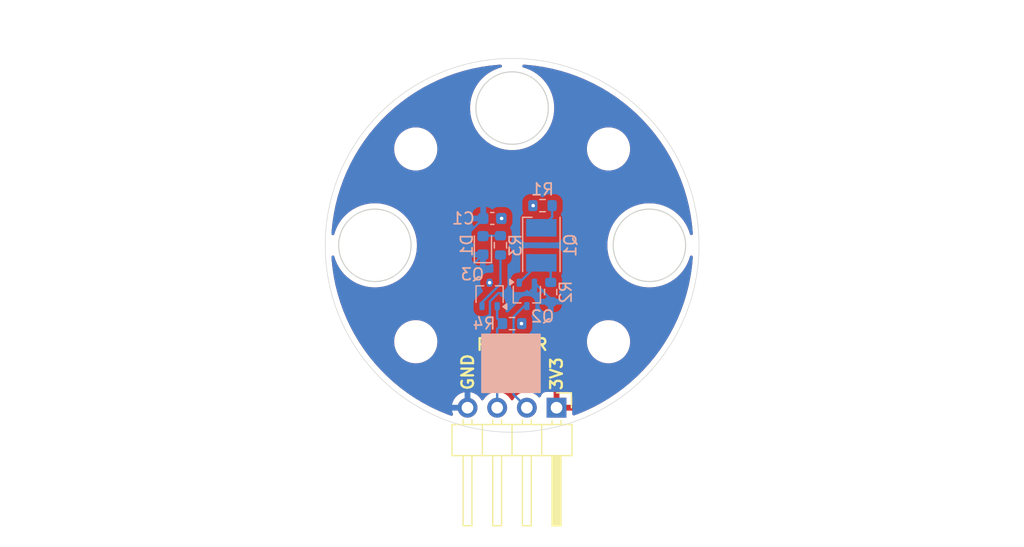
<source format=kicad_pcb>
(kicad_pcb (version 20241229) (generator "pcbnew") (generator_version "9.0")
  (layers (0 "F.Cu" signal) (2 "B.Cu" signal) (13 "F.Paste" user) (15 "B.Paste" user) (5 "F.SilkS" user "F.Silkscreen") (7 "B.SilkS" user "B.Silkscreen") (1 "F.Mask" user) (3 "B.Mask" user) (25 "Edge.Cuts" user))
  (net 0 "")
  (net 1 "+3V3")
  (net 2 "GND")
  (net 3 "Net-(D1-A)")
  (net 4 "/METER_TX")
  (net 5 "/METER_RX")
  (net 6 "Net-(Q1-E)")
  (net 7 "Net-(Q1-C)")
  (net 8 "Net-(Q3-E)")
  (footprint "MountingHole:MountingHole_3.2mm_M3" (layer "F.Cu") (at 41.75 58.25)
    (property "Reference" "H4" (hide yes))
    (property "Value" "MountingHole")
    (pad "" np_thru_hole circle (at 0 0) (size 3.2 3.2) (drill 3.2) (layers "*.Cu" "*.Mask"))
  )
  (footprint "Connector_PinHeader_2.54mm:PinHeader_1x04_P2.54mm_Horizontal" (layer "F.Cu") (at 53.8 63.9 -90)
    (property "Reference" "J1" (hide yes))
    (property "Value" "Conn_01x04")
    (fp_line (start 1.44 8.95) (end 4.1 8.95) (stroke (width 0.12)) (layer "F.SilkS"))
    (fp_line (start 4.1 8.95) (end 4.1 -1.33) (stroke (width 0.12)) (layer "F.SilkS"))
    (fp_line (start 1.042929 8) (end 1.44 8) (stroke (width 0.12)) (layer "F.SilkS"))
    (fp_line (start 10.1 8) (end 4.1 8) (stroke (width 0.12)) (layer "F.SilkS"))
    (fp_line (start 1.042929 7.24) (end 1.44 7.24) (stroke (width 0.12)) (layer "F.SilkS"))
    (fp_line (start 4.1 7.24) (end 10.1 7.24) (stroke (width 0.12)) (layer "F.SilkS"))
    (fp_line (start 10.1 7.24) (end 10.1 8) (stroke (width 0.12)) (layer "F.SilkS"))
    (fp_line (start 1.44 6.35) (end 4.1 6.35) (stroke (width 0.12)) (layer "F.SilkS"))
    (fp_line (start 1.042929 5.46) (end 1.44 5.46) (stroke (width 0.12)) (layer "F.SilkS"))
    (fp_line (start 10.1 5.46) (end 4.1 5.46) (stroke (width 0.12)) (layer "F.SilkS"))
    (fp_line (start 1.042929 4.7) (end 1.44 4.7) (stroke (width 0.12)) (layer "F.SilkS"))
    (fp_line (start 4.1 4.7) (end 10.1 4.7) (stroke (width 0.12)) (layer "F.SilkS"))
    (fp_line (start 10.1 4.7) (end 10.1 5.46) (stroke (width 0.12)) (layer "F.SilkS"))
    (fp_line (start 1.44 3.81) (end 4.1 3.81) (stroke (width 0.12)) (layer "F.SilkS"))
    (fp_line (start 1.042929 2.92) (end 1.44 2.92) (stroke (width 0.12)) (layer "F.SilkS"))
    (fp_line (start 10.1 2.92) (end 4.1 2.92) (stroke (width 0.12)) (layer "F.SilkS"))
    (fp_line (start 1.042929 2.16) (end 1.44 2.16) (stroke (width 0.12)) (layer "F.SilkS"))
    (fp_line (start 4.1 2.16) (end 10.1 2.16) (stroke (width 0.12)) (layer "F.SilkS"))
    (fp_line (start 10.1 2.16) (end 10.1 2.92) (stroke (width 0.12)) (layer "F.SilkS"))
    (fp_line (start 1.44 1.27) (end 4.1 1.27) (stroke (width 0.12)) (layer "F.SilkS"))
    (fp_line (start 1.11 0.38) (end 1.44 0.38) (stroke (width 0.12)) (layer "F.SilkS"))
    (fp_line (start 10.1 0.38) (end 4.1 0.38) (stroke (width 0.12)) (layer "F.SilkS"))
    (fp_line (start 4.1 0.28) (end 10.1 0.28) (stroke (width 0.12)) (layer "F.SilkS"))
    (fp_line (start 4.1 0.16) (end 10.1 0.16) (stroke (width 0.12)) (layer "F.SilkS"))
    (fp_line (start 4.1 0.04) (end 10.1 0.04) (stroke (width 0.12)) (layer "F.SilkS"))
    (fp_line (start -1.27 0) (end -1.27 -1.27) (stroke (width 0.12)) (layer "F.SilkS"))
    (fp_line (start 4.1 -0.08) (end 10.1 -0.08) (stroke (width 0.12)) (layer "F.SilkS"))
    (fp_line (start 4.1 -0.2) (end 10.1 -0.2) (stroke (width 0.12)) (layer "F.SilkS"))
    (fp_line (start 4.1 -0.32) (end 10.1 -0.32) (stroke (width 0.12)) (layer "F.SilkS"))
    (fp_line (start 1.11 -0.38) (end 1.44 -0.38) (stroke (width 0.12)) (layer "F.SilkS"))
    (fp_line (start 4.1 -0.38) (end 10.1 -0.38) (stroke (width 0.12)) (layer "F.SilkS"))
    (fp_line (start 10.1 -0.38) (end 10.1 0.38) (stroke (width 0.12)) (layer "F.SilkS"))
    (fp_line (start -1.27 -1.27) (end 0 -1.27) (stroke (width 0.12)) (layer "F.SilkS"))
    (fp_line (start 1.44 -1.33) (end 1.44 8.95) (stroke (width 0.12)) (layer "F.SilkS"))
    (fp_line (start 4.1 -1.33) (end 1.44 -1.33) (stroke (width 0.12)) (layer "F.SilkS"))
    (pad "1" thru_hole rect (at 0 0 270) (size 1.7 1.7) (drill 1) (layers "*.Cu" "*.Mask") (net 1 "+3V3"))
    (pad "2" thru_hole oval (at 0 2.54 270) (size 1.7 1.7) (drill 1) (layers "*.Cu" "*.Mask") (net 4 "/METER_TX"))
    (pad "3" thru_hole oval (at 0 5.08 270) (size 1.7 1.7) (drill 1) (layers "*.Cu" "*.Mask") (net 5 "/METER_RX"))
    (pad "4" thru_hole oval (at 0 7.62 270) (size 1.7 1.7) (drill 1) (layers "*.Cu" "*.Mask") (net 2 "GND"))
  )
  (footprint "MountingHole:MountingHole_3.2mm_M3" (layer "F.Cu") (at 58.25 41.75)
    (property "Reference" "H2" (hide yes))
    (property "Value" "MountingHole")
    (pad "" np_thru_hole circle (at 0 0) (size 3.2 3.2) (drill 3.2) (layers "*.Cu" "*.Mask"))
  )
  (footprint "MountingHole:MountingHole_3.2mm_M3" (layer "F.Cu") (at 41.75 41.75)
    (property "Reference" "H1" (hide yes))
    (property "Value" "MountingHole")
    (pad "" np_thru_hole circle (at 0 0) (size 3.2 3.2) (drill 3.2) (layers "*.Cu" "*.Mask"))
  )
  (footprint "MountingHole:MountingHole_3.2mm_M3" (layer "F.Cu") (at 58.25 58.25)
    (property "Reference" "H3" (hide yes))
    (property "Value" "MountingHole")
    (pad "" np_thru_hole circle (at 0 0) (size 3.2 3.2) (drill 3.2) (layers "*.Cu" "*.Mask"))
  )
  (footprint "Capacitor_SMD:C_0603_1608Metric" (layer "B.Cu") (at 48.3 47.7 180)
    (property "Reference" "C1" (at 1.4 0 0) (layer "B.SilkS") (effects (justify left mirror)))
    (property "Value" "100n")
    (fp_line (start 0.14058 0.51) (end -0.14058 0.51) (stroke (width 0.12)) (layer "B.SilkS"))
    (fp_line (start 0.14058 -0.51) (end -0.14058 -0.51) (stroke (width 0.12)) (layer "B.SilkS"))
    (pad "1" smd roundrect (at -0.775 0 180) (size 0.9 0.95) (layers "B.Cu" "B.Mask" "B.Paste") (net 1 "+3V3"))
    (pad "2" smd roundrect (at 0.775 0 180) (size 0.9 0.95) (layers "B.Cu" "B.Mask" "B.Paste") (net 2 "GND"))
  )
  (footprint "Package_TO_SOT_SMD:SOT-323_SC-70" (layer "B.Cu") (at 48.07 54.2 90)
    (property "Reference" "Q3" (at 2.3 -1.47 180) (layer "B.SilkS") (effects (justify top mirror)))
    (property "Value" "BC807W")
    (fp_line (start 0.73 -1.16) (end -0.68 -1.16) (stroke (width 0.12)) (layer "B.SilkS"))
    (fp_line (start 0.73 -1.16) (end 0.73 -0.5) (stroke (width 0.12)) (layer "B.SilkS"))
    (fp_line (start 0.73 0.5) (end 0.73 1.16) (stroke (width 0.12)) (layer "B.SilkS"))
    (fp_line (start 0.73 1.16) (end -0.68 1.16) (stroke (width 0.12)) (layer "B.SilkS"))
    (fp_poly (pts (xy -1.05 1.14) (xy -1.29 1.47) (xy -0.81 1.47) (xy -1.05 1.14)) (stroke (width 0.12)) (fill yes) (layer "B.SilkS"))
    (pad "1" smd roundrect (at -1 0.65 180) (size 0.45 0.7) (layers "B.Cu" "B.Mask" "B.Paste") (net 5 "/METER_RX"))
    (pad "2" smd roundrect (at -1 -0.65 180) (size 0.45 0.7) (layers "B.Cu" "B.Mask" "B.Paste") (net 8 "Net-(Q3-E)"))
    (pad "3" smd roundrect (at 1 0 180) (size 0.45 0.7) (layers "B.Cu" "B.Mask" "B.Paste") (net 1 "+3V3"))
  )
  (footprint "Package_TO_SOT_SMD:SOT-323_SC-70" (layer "B.Cu") (at 51.26 54.2 -90)
    (property "Reference" "Q2" (at 1.3 -1.34 180) (layer "B.SilkS") (effects (justify top mirror)))
    (property "Value" "BC817W")
    (fp_line (start 0.73 1.16) (end -0.68 1.16) (stroke (width 0.12)) (layer "B.SilkS"))
    (fp_line (start 0.73 0.5) (end 0.73 1.16) (stroke (width 0.12)) (layer "B.SilkS"))
    (fp_line (start 0.73 -1.16) (end 0.73 -0.5) (stroke (width 0.12)) (layer "B.SilkS"))
    (fp_line (start 0.73 -1.16) (end -0.68 -1.16) (stroke (width 0.12)) (layer "B.SilkS"))
    (fp_poly (pts (xy -1.05 1.14) (xy -1.29 1.47) (xy -0.81 1.47) (xy -1.05 1.14)) (stroke (width 0.12)) (fill yes) (layer "B.SilkS"))
    (pad "1" smd roundrect (at -1 0.65) (size 0.45 0.7) (layers "B.Cu" "B.Mask" "B.Paste") (net 6 "Net-(Q1-E)"))
    (pad "2" smd roundrect (at -1 -0.65) (size 0.45 0.7) (layers "B.Cu" "B.Mask" "B.Paste") (net 2 "GND"))
    (pad "3" smd roundrect (at 1 0) (size 0.45 0.7) (layers "B.Cu" "B.Mask" "B.Paste") (net 4 "/METER_TX"))
  )
  (footprint "Resistor_SMD:R_0603_1608Metric" (layer "B.Cu") (at 50 56.7 180)
    (property "Reference" "R4" (at 2.4 0 0) (layer "B.SilkS") (effects (justify mirror)))
    (property "Value" "10K")
    (fp_line (start 0.237258 0.5225) (end -0.237258 0.5225) (stroke (width 0.12)) (layer "B.SilkS"))
    (fp_line (start 0.237258 -0.5225) (end -0.237258 -0.5225) (stroke (width 0.12)) (layer "B.SilkS"))
    (pad "1" smd roundrect (at -0.825 0 180) (size 0.8 0.95) (layers "B.Cu" "B.Mask" "B.Paste") (net 1 "+3V3"))
    (pad "2" smd roundrect (at 0.825 0 180) (size 0.8 0.95) (layers "B.Cu" "B.Mask" "B.Paste") (net 5 "/METER_RX"))
  )
  (footprint "Resistor_SMD:R_0603_1608Metric" (layer "B.Cu") (at 52.6 46.6)
    (property "Reference" "R1" (at 0 -0.8 0) (layer "B.SilkS") (effects (justify bottom mirror)))
    (property "Value" "470R")
    (fp_line (start 0.237258 -0.5225) (end -0.237258 -0.5225) (stroke (width 0.12)) (layer "B.SilkS"))
    (fp_line (start 0.237258 0.5225) (end -0.237258 0.5225) (stroke (width 0.12)) (layer "B.SilkS"))
    (pad "1" smd roundrect (at -0.825 0) (size 0.8 0.95) (layers "B.Cu" "B.Mask" "B.Paste") (net 1 "+3V3"))
    (pad "2" smd roundrect (at 0.825 0) (size 0.8 0.95) (layers "B.Cu" "B.Mask" "B.Paste") (net 7 "Net-(Q1-C)"))
  )
  (footprint "Diode_SMD:D_0603_1608Metric" (layer "B.Cu") (at 47.5 50 90)
    (property "Reference" "D1" (at 0 -0.8 270) (layer "B.SilkS") (effects (justify bottom mirror)))
    (property "Value" "LED")
    (fp_line (start 0.8 -0.735) (end -1.485 -0.735) (stroke (width 0.12)) (layer "B.SilkS"))
    (fp_line (start -1.485 -0.735) (end -1.485 0.735) (stroke (width 0.12)) (layer "B.SilkS"))
    (fp_line (start -1.485 0.735) (end 0.8 0.735) (stroke (width 0.12)) (layer "B.SilkS"))
    (pad "1" smd roundrect (at -0.7875 0 90) (size 0.875 0.95) (layers "B.Cu" "B.Mask" "B.Paste") (net 2 "GND"))
    (pad "2" smd roundrect (at 0.7875 0 90) (size 0.875 0.95) (layers "B.Cu" "B.Mask" "B.Paste") (net 3 "Net-(D1-A)"))
  )
  (footprint "Resistor_SMD:R_0603_1608Metric" (layer "B.Cu") (at 49 50 90)
    (property "Reference" "R3" (at 0 0.7 90) (layer "B.SilkS") (effects (justify top mirror)))
    (property "Value" "100R")
    (fp_line (start 0.237258 -0.5225) (end -0.237258 -0.5225) (stroke (width 0.12)) (layer "B.SilkS"))
    (fp_line (start 0.237258 0.5225) (end -0.237258 0.5225) (stroke (width 0.12)) (layer "B.SilkS"))
    (pad "1" smd roundrect (at -0.825 0 90) (size 0.8 0.95) (layers "B.Cu" "B.Mask" "B.Paste") (net 8 "Net-(Q3-E)"))
    (pad "2" smd roundrect (at 0.825 0 90) (size 0.8 0.95) (layers "B.Cu" "B.Mask" "B.Paste") (net 3 "Net-(D1-A)"))
  )
  (footprint "LED_SMD:LED_PLCC-2_3.4x3.0mm_KA" (layer "B.Cu") (at 52.5 50 -90)
    (property "Reference" "Q1" (at 0 -1.9 90) (layer "B.SilkS") (effects (justify top mirror)))
    (property "Value" "SFH320")
    (fp_line (start -2.4 1.6) (end 2.25 1.6) (stroke (width 0.12)) (layer "B.SilkS"))
    (fp_line (start -2.4 0.8) (end -2.4 1.6) (stroke (width 0.12)) (layer "B.SilkS"))
    (fp_line (start -2.4 -1.6) (end 2.25 -1.6) (stroke (width 0.12)) (layer "B.SilkS"))
    (pad "1" smd rect (at -1.5 0 270) (size 1.5 2.6) (layers "B.Cu" "B.Mask" "B.Paste") (net 7 "Net-(Q1-C)"))
    (pad "2" smd rect (at 1.5 0 270) (size 1.5 2.6) (layers "B.Cu" "B.Mask" "B.Paste") (net 6 "Net-(Q1-E)"))
  )
  (footprint "Resistor_SMD:R_0603_1608Metric" (layer "B.Cu") (at 53.3 54 -90)
    (property "Reference" "R2" (at 0 -0.7 90) (layer "B.SilkS") (effects (justify top mirror)))
    (property "Value" "10K")
    (fp_line (start 0.237258 0.5225) (end -0.237258 0.5225) (stroke (width 0.12)) (layer "B.SilkS"))
    (fp_line (start 0.237258 -0.5225) (end -0.237258 -0.5225) (stroke (width 0.12)) (layer "B.SilkS"))
    (pad "1" smd roundrect (at -0.825 0 270) (size 0.8 0.95) (layers "B.Cu" "B.Mask" "B.Paste") (net 6 "Net-(Q1-E)"))
    (pad "2" smd roundrect (at 0.825 0 270) (size 0.8 0.95) (layers "B.Cu" "B.Mask" "B.Paste") (net 2 "GND"))
  )
  (gr_rect (start 47.4 57.6) (end 52.4 62.6) (stroke (width 0.1)) (fill yes) (layer "B.SilkS"))
  (gr_circle (center 50 38.25) (end 53.1 38.25) (stroke (width 0.1)) (fill no) (layer "Edge.Cuts"))
  (gr_circle (center 50 50) (end 50 34) (stroke (width 0.05)) (fill no) (layer "Edge.Cuts"))
  (gr_circle (center 38.25 50) (end 41.35 50) (stroke (width 0.1)) (fill no) (layer "Edge.Cuts"))
  (gr_circle (center 61.75 50) (end 64.85 50) (stroke (width 0.1)) (fill no) (layer "Edge.Cuts"))
  (gr_text "3V3" (at 53.8 62.5 90) (layer "F.SilkS") (effects (font (size 1 1) (thickness 0.2) (bold yes)) (justify left)))
  (gr_text "PWRMTR" (at 50 58.5 0) (layer "F.SilkS") (effects (font (size 1 1) (thickness 0.2) (bold yes))))
  (gr_text "←" (at 51.1 62.8 90) (layer "F.SilkS") (effects (font (size 2 2) (thickness 0.2)) (justify left)))
  (gr_text "GND" (at 46.2 62.5 90) (layer "F.SilkS") (effects (font (size 1 1) (thickness 0.2) (bold yes)) (justify left)))
  (gr_text "→" (at 48.6 62.8 90) (layer "F.SilkS") (effects (font (size 2 2) (thickness 0.2)) (justify left)))
  (via (at 51.8 46.6) (size 0.6) (drill 0.3) (layers "F.Cu" "B.Cu") (net 1))
  (via (at 50.8 56.7) (size 0.6) (drill 0.3) (layers "F.Cu" "B.Cu") (net 1))
  (via (at 48.07 53.2) (size 0.6) (drill 0.3) (layers "F.Cu" "B.Cu") (net 1))
  (via (at 49.1 47.7) (size 0.6) (drill 0.3) (layers "F.Cu" "B.Cu") (net 1))
  (segment (start 51.775 46.6) (end 51.8 46.6) (width 0.2) (layer "B.Cu") (net 1))
  (segment (start 50.825 56.7) (end 50.8 56.7) (width 0.2) (layer "B.Cu") (net 1))
  (segment (start 49.075 47.7) (end 49.1 47.7) (width 0.2) (layer "B.Cu") (net 1))
  (segment (start 46.18 52.1075) (end 46.18 59.3) (width 0.2) (layer "B.Cu") (net 2))
  (segment (start 46.18 63.9) (end 46.18 59.3) (width 0.2) (layer "B.Cu") (net 2))
  (segment (start 53.3 54.825) (end 53.3 54.59) (width 0.2) (layer "B.Cu") (net 2))
  (segment (start 51.91 53.59) (end 51.91 53.2) (width 0.2) (layer "B.Cu") (net 2))
  (segment (start 46.18 59.3) (end 48.1 57.38) (width 0.2) (layer "B.Cu") (net 2))
  (segment (start 48.1 54.8) (end 48.8 54.1) (width 0.2) (layer "B.Cu") (net 2))
  (segment (start 51.4 54.1) (end 51.91 53.59) (width 0.2) (layer "B.Cu") (net 2))
  (segment (start 48.1 57.38) (end 48.1 54.8) (width 0.2) (layer "B.Cu") (net 2))
  (segment (start 48.8 54.1) (end 51.4 54.1) (width 0.2) (layer "B.Cu") (net 2))
  (segment (start 46.18 49.045) (end 47.525 47.7) (width 0.2) (layer "B.Cu") (net 2))
  (segment (start 53.3 54.59) (end 51.91 53.2) (width 0.2) (layer "B.Cu") (net 2))
  (segment (start 47.5 50.7875) (end 46.18 52.1075) (width 0.2) (layer "B.Cu") (net 2))
  (segment (start 46.18 52.1075) (end 46.18 49.045) (width 0.2) (layer "B.Cu") (net 2))
  (segment (start 49 49.175) (end 47.5375 49.175) (width 0.2) (layer "B.Cu") (net 3))
  (segment (start 47.5375 49.175) (end 47.5 49.2125) (width 0.2) (layer "B.Cu") (net 3))
  (segment (start 51.035001 55.2) (end 50.125 56.110001) (width 0.2) (layer "B.Cu") (net 4))
  (segment (start 51.26 55.2) (end 51.035001 55.2) (width 0.2) (layer "B.Cu") (net 4))
  (segment (start 50.125 62.765) (end 51.26 63.9) (width 0.2) (layer "B.Cu") (net 4))
  (segment (start 50.125 56.110001) (end 50.125 62.765) (width 0.2) (layer "B.Cu") (net 4))
  (segment (start 48.72 55.2) (end 48.72 56.245) (width 0.2) (layer "B.Cu") (net 5))
  (segment (start 48.72 63.9) (end 48.72 57.155) (width 0.2) (layer "B.Cu") (net 5))
  (segment (start 48.72 57.155) (end 49.175 56.7) (width 0.2) (layer "B.Cu") (net 5))
  (segment (start 48.72 56.245) (end 49.175 56.7) (width 0.2) (layer "B.Cu") (net 5))
  (segment (start 52.175 51.5) (end 51.5 50.825) (width 0.2) (layer "B.Cu") (net 6))
  (segment (start 50.61 53.2) (end 52.31 51.5) (width 0.2) (layer "B.Cu") (net 6))
  (segment (start 53.3 52.3) (end 53.3 53.175) (width 0.2) (layer "B.Cu") (net 6))
  (segment (start 52.5 51.5) (end 52.175 51.5) (width 0.2) (layer "B.Cu") (net 6))
  (segment (start 52.5 51.5) (end 53.3 52.3) (width 0.2) (layer "B.Cu") (net 6))
  (segment (start 52.31 51.5) (end 52.5 51.5) (width 0.2) (layer "B.Cu") (net 6))
  (segment (start 52.5 48.5) (end 52.5 48.675) (width 0.2) (layer "B.Cu") (net 7))
  (segment (start 53.425 46.6) (end 53.425 47.575) (width 0.2) (layer "B.Cu") (net 7))
  (segment (start 53.425 47.575) (end 52.5 48.5) (width 0.2) (layer "B.Cu") (net 7))
  (segment (start 52.5 48.675) (end 53 49.175) (width 0.2) (layer "B.Cu") (net 7))
  (segment (start 47.42 54.88) (end 47.42 55.2) (width 0.2) (layer "B.Cu") (net 8))
  (segment (start 49 50.825) (end 49 53.3) (width 0.2) (layer "B.Cu") (net 8))
  (segment (start 49 53.3) (end 47.42 54.88) (width 0.2) (layer "B.Cu") (net 8))
  (zone (net 1) (net_name "+3V3") (layer "F.Cu") (priority 1) (connect_pads (clearance 0.5)) (min_thickness 0.25) (fill yes (thermal_gap 0.5) (thermal_bridge_width 0.5))
    (polygon (pts (xy 29 29) (xy 71 29) (xy 71 71) (xy 29 71)))
  )
  (zone (net 2) (net_name "GND") (layer "B.Cu") (connect_pads (clearance 0.5)) (min_thickness 0.25) (fill yes (thermal_gap 0.5) (thermal_bridge_width 0.5))
    (polygon (pts (xy 30 30) (xy 70 30) (xy 70 70) (xy 30 70)))
  )
)
</source>
